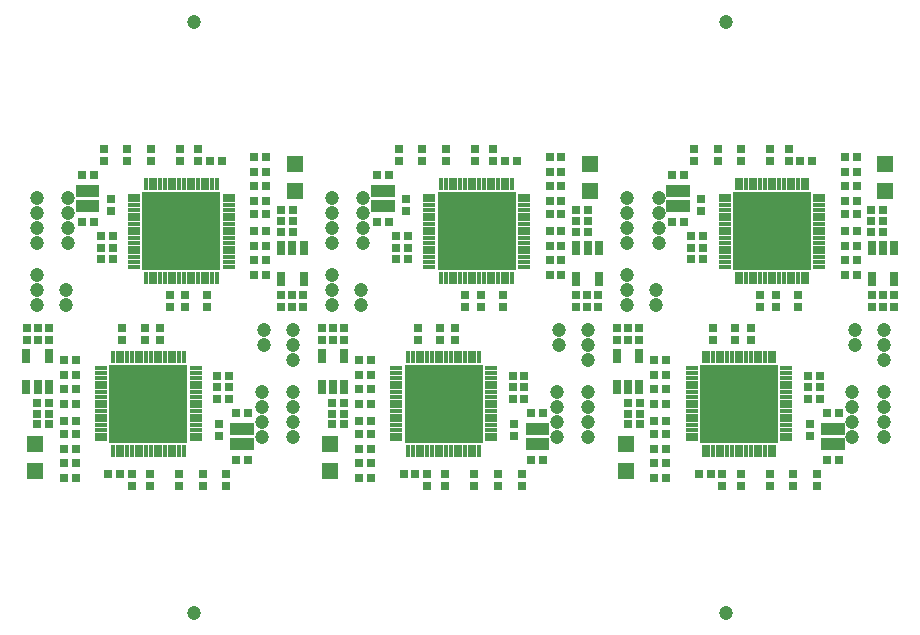
<source format=gbs>
G04*
G04 #@! TF.GenerationSoftware,Altium Limited,Altium Designer,21.1.0 (24)*
G04*
G04 Layer_Color=16711935*
%FSLAX25Y25*%
%MOIN*%
G70*
G04*
G04 #@! TF.SameCoordinates,3801A82C-AC67-41FB-AA52-F7C80330A8D8*
G04*
G04*
G04 #@! TF.FilePolarity,Negative*
G04*
G01*
G75*
%ADD40C,0.04737*%
%ADD41R,0.02769X0.03162*%
%ADD45R,0.03162X0.02769*%
%ADD51R,0.01784X0.04147*%
%ADD52R,0.04147X0.01784*%
%ADD53R,0.26391X0.26391*%
%ADD54R,0.05800X0.05800*%
%ADD55R,0.03851X0.04245*%
%ADD56R,0.02965X0.04737*%
D40*
X236221Y39369D02*
D03*
X59055D02*
D03*
Y236221D02*
D03*
X236221Y236220D02*
D03*
X279134Y133517D02*
D03*
Y128517D02*
D03*
X278347Y108046D02*
D03*
Y113046D02*
D03*
Y98046D02*
D03*
Y103046D02*
D03*
X288780Y123517D02*
D03*
Y128517D02*
D03*
Y133517D02*
D03*
Y108046D02*
D03*
Y113046D02*
D03*
Y98046D02*
D03*
Y103046D02*
D03*
X180709Y133517D02*
D03*
Y128517D02*
D03*
X179922Y108046D02*
D03*
Y113046D02*
D03*
Y98046D02*
D03*
Y103046D02*
D03*
X190355Y123517D02*
D03*
Y128517D02*
D03*
Y133517D02*
D03*
Y108046D02*
D03*
Y113046D02*
D03*
Y98046D02*
D03*
Y103046D02*
D03*
X82284Y133517D02*
D03*
Y128517D02*
D03*
X81497Y108046D02*
D03*
Y113046D02*
D03*
Y98046D02*
D03*
Y103046D02*
D03*
X91930Y123517D02*
D03*
Y128517D02*
D03*
Y133517D02*
D03*
Y108046D02*
D03*
Y113046D02*
D03*
Y98046D02*
D03*
Y103046D02*
D03*
X16143Y142073D02*
D03*
Y147073D02*
D03*
X16930Y167544D02*
D03*
Y162544D02*
D03*
Y177544D02*
D03*
Y172544D02*
D03*
X6497Y152073D02*
D03*
Y147073D02*
D03*
Y142073D02*
D03*
Y167544D02*
D03*
Y162544D02*
D03*
Y177544D02*
D03*
Y172544D02*
D03*
X114568Y142073D02*
D03*
Y147073D02*
D03*
X115355Y167544D02*
D03*
Y162544D02*
D03*
Y177544D02*
D03*
Y172544D02*
D03*
X104922Y152073D02*
D03*
Y147073D02*
D03*
Y142073D02*
D03*
Y167544D02*
D03*
Y162544D02*
D03*
Y177544D02*
D03*
Y172544D02*
D03*
X212993Y142073D02*
D03*
Y147073D02*
D03*
X213780Y167544D02*
D03*
Y162544D02*
D03*
Y177544D02*
D03*
Y172544D02*
D03*
X203347Y152073D02*
D03*
Y147073D02*
D03*
Y142073D02*
D03*
Y167544D02*
D03*
Y162544D02*
D03*
Y177544D02*
D03*
Y172544D02*
D03*
D41*
X200052Y134305D02*
D03*
Y130368D02*
D03*
X203701Y134305D02*
D03*
Y130368D02*
D03*
X207351Y134305D02*
D03*
Y130368D02*
D03*
X239298D02*
D03*
Y134305D02*
D03*
X231897D02*
D03*
Y130368D02*
D03*
X244416Y134305D02*
D03*
Y130368D02*
D03*
X264126Y102141D02*
D03*
Y98204D02*
D03*
X266536Y85496D02*
D03*
Y81559D02*
D03*
X258662Y85496D02*
D03*
Y81559D02*
D03*
X250788D02*
D03*
Y85496D02*
D03*
X241111D02*
D03*
Y81559D02*
D03*
X235040Y85496D02*
D03*
Y81559D02*
D03*
X101627Y134305D02*
D03*
Y130368D02*
D03*
X105276Y134305D02*
D03*
Y130368D02*
D03*
X108926Y134305D02*
D03*
Y130368D02*
D03*
X140873D02*
D03*
Y134305D02*
D03*
X133471D02*
D03*
Y130368D02*
D03*
X145991Y134305D02*
D03*
Y130368D02*
D03*
X165700Y102141D02*
D03*
Y98204D02*
D03*
X168111Y85496D02*
D03*
Y81559D02*
D03*
X160237Y85496D02*
D03*
Y81559D02*
D03*
X152363D02*
D03*
Y85496D02*
D03*
X142686D02*
D03*
Y81559D02*
D03*
X136615Y85496D02*
D03*
Y81559D02*
D03*
X3201Y134305D02*
D03*
Y130368D02*
D03*
X6851Y134305D02*
D03*
Y130368D02*
D03*
X10501Y134305D02*
D03*
Y130368D02*
D03*
X42448D02*
D03*
Y134305D02*
D03*
X35046D02*
D03*
Y130368D02*
D03*
X47566Y134305D02*
D03*
Y130368D02*
D03*
X67275Y102141D02*
D03*
Y98204D02*
D03*
X69686Y85496D02*
D03*
Y81559D02*
D03*
X61812Y85496D02*
D03*
Y81559D02*
D03*
X53938D02*
D03*
Y85496D02*
D03*
X44261D02*
D03*
Y81559D02*
D03*
X38190Y85496D02*
D03*
Y81559D02*
D03*
X95225Y141286D02*
D03*
Y145223D02*
D03*
X91576Y141286D02*
D03*
Y145223D02*
D03*
X87926Y141286D02*
D03*
Y145223D02*
D03*
X55979D02*
D03*
Y141286D02*
D03*
X63381D02*
D03*
Y145223D02*
D03*
X50861Y141286D02*
D03*
Y145223D02*
D03*
X31152Y173450D02*
D03*
Y177387D02*
D03*
X28741Y190095D02*
D03*
Y194032D02*
D03*
X36615Y190095D02*
D03*
Y194032D02*
D03*
X44489D02*
D03*
Y190095D02*
D03*
X54166D02*
D03*
Y194032D02*
D03*
X60237Y190095D02*
D03*
Y194032D02*
D03*
X193650Y141286D02*
D03*
Y145223D02*
D03*
X190001Y141286D02*
D03*
Y145223D02*
D03*
X186351Y141286D02*
D03*
Y145223D02*
D03*
X154404D02*
D03*
Y141286D02*
D03*
X161806D02*
D03*
Y145223D02*
D03*
X149286Y141286D02*
D03*
Y145223D02*
D03*
X129577Y173450D02*
D03*
Y177387D02*
D03*
X127166Y190095D02*
D03*
Y194032D02*
D03*
X135040Y190095D02*
D03*
Y194032D02*
D03*
X142914D02*
D03*
Y190095D02*
D03*
X152591D02*
D03*
Y194032D02*
D03*
X158662Y190095D02*
D03*
Y194032D02*
D03*
X292076Y141286D02*
D03*
Y145223D02*
D03*
X288426Y141286D02*
D03*
Y145223D02*
D03*
X284776Y141286D02*
D03*
Y145223D02*
D03*
X252829D02*
D03*
Y141286D02*
D03*
X260231D02*
D03*
Y145223D02*
D03*
X247711Y141286D02*
D03*
Y145223D02*
D03*
X228002Y173450D02*
D03*
Y177387D02*
D03*
X225591Y190095D02*
D03*
Y194032D02*
D03*
X233465Y190095D02*
D03*
Y194032D02*
D03*
X241339D02*
D03*
Y190095D02*
D03*
X251016D02*
D03*
Y194032D02*
D03*
X257087Y190095D02*
D03*
Y194032D02*
D03*
D45*
X273731Y106114D02*
D03*
X269794D02*
D03*
Y90366D02*
D03*
X273731D02*
D03*
X203480Y109424D02*
D03*
X207417D02*
D03*
X203480Y105775D02*
D03*
X207417D02*
D03*
X203480Y102125D02*
D03*
X207417D02*
D03*
X267440Y114509D02*
D03*
X263503D02*
D03*
X216261Y109095D02*
D03*
X212324D02*
D03*
Y103407D02*
D03*
X216261D02*
D03*
X231103Y85614D02*
D03*
X227166D02*
D03*
X212324Y123565D02*
D03*
X216261D02*
D03*
X212324Y118750D02*
D03*
X216261D02*
D03*
X212324Y113946D02*
D03*
X216261D02*
D03*
X267440Y110651D02*
D03*
X263503D02*
D03*
X216261Y98937D02*
D03*
X212324D02*
D03*
X216261Y94095D02*
D03*
X212324D02*
D03*
X216261Y89282D02*
D03*
X212324D02*
D03*
X212324Y84449D02*
D03*
X216261D02*
D03*
X263503Y118356D02*
D03*
X267440D02*
D03*
X175306Y106114D02*
D03*
X171369D02*
D03*
Y90366D02*
D03*
X175306D02*
D03*
X105055Y109424D02*
D03*
X108992D02*
D03*
X105055Y105775D02*
D03*
X108992D02*
D03*
X105055Y102125D02*
D03*
X108992D02*
D03*
X169015Y114509D02*
D03*
X165078D02*
D03*
X117835Y109095D02*
D03*
X113899D02*
D03*
Y103407D02*
D03*
X117835D02*
D03*
X132678Y85614D02*
D03*
X128741D02*
D03*
X113899Y123565D02*
D03*
X117835D02*
D03*
X113899Y118750D02*
D03*
X117835D02*
D03*
X113899Y113946D02*
D03*
X117835D02*
D03*
X169015Y110651D02*
D03*
X165078D02*
D03*
X117835Y98937D02*
D03*
X113899D02*
D03*
X117835Y94095D02*
D03*
X113899D02*
D03*
X117835Y89282D02*
D03*
X113899D02*
D03*
X113899Y84449D02*
D03*
X117835D02*
D03*
X165078Y118356D02*
D03*
X169015D02*
D03*
X76881Y106114D02*
D03*
X72944D02*
D03*
Y90366D02*
D03*
X76881D02*
D03*
X6629Y109424D02*
D03*
X10566D02*
D03*
X6629Y105775D02*
D03*
X10566D02*
D03*
X6629Y102125D02*
D03*
X10566D02*
D03*
X70590Y114509D02*
D03*
X66653D02*
D03*
X19410Y109095D02*
D03*
X15473D02*
D03*
Y103407D02*
D03*
X19410D02*
D03*
X34253Y85614D02*
D03*
X30316D02*
D03*
X15473Y123565D02*
D03*
X19410D02*
D03*
X15473Y118750D02*
D03*
X19410D02*
D03*
X15473Y113946D02*
D03*
X19410D02*
D03*
X70590Y110651D02*
D03*
X66653D02*
D03*
X19410Y98937D02*
D03*
X15473D02*
D03*
X19410Y94095D02*
D03*
X15473D02*
D03*
X19410Y89282D02*
D03*
X15473D02*
D03*
X15473Y84449D02*
D03*
X19410D02*
D03*
X66653Y118356D02*
D03*
X70590D02*
D03*
X21546Y169477D02*
D03*
X25483D02*
D03*
Y185225D02*
D03*
X21546D02*
D03*
X91797Y166166D02*
D03*
X87860D02*
D03*
X91797Y169816D02*
D03*
X87860D02*
D03*
X91797Y173466D02*
D03*
X87860D02*
D03*
X27837Y161081D02*
D03*
X31774D02*
D03*
X79016Y166496D02*
D03*
X82953D02*
D03*
Y172183D02*
D03*
X79016D02*
D03*
X64174Y189977D02*
D03*
X68111D02*
D03*
X82953Y152026D02*
D03*
X79016D02*
D03*
X82953Y156841D02*
D03*
X79016D02*
D03*
X82953Y161644D02*
D03*
X79016D02*
D03*
X27837Y164939D02*
D03*
X31774D02*
D03*
X79016Y176654D02*
D03*
X82953D02*
D03*
X79016Y181496D02*
D03*
X82953D02*
D03*
X79016Y186309D02*
D03*
X82953D02*
D03*
X82953Y191142D02*
D03*
X79016D02*
D03*
X31774Y157235D02*
D03*
X27837D02*
D03*
X119971Y169477D02*
D03*
X123908D02*
D03*
Y185225D02*
D03*
X119971D02*
D03*
X190222Y166166D02*
D03*
X186285D02*
D03*
X190222Y169816D02*
D03*
X186285D02*
D03*
X190222Y173466D02*
D03*
X186285D02*
D03*
X126262Y161081D02*
D03*
X130200D02*
D03*
X177442Y166496D02*
D03*
X181379D02*
D03*
Y172183D02*
D03*
X177442D02*
D03*
X162599Y189977D02*
D03*
X166536D02*
D03*
X181379Y152026D02*
D03*
X177442D02*
D03*
X181379Y156841D02*
D03*
X177442D02*
D03*
X181379Y161644D02*
D03*
X177442D02*
D03*
X126262Y164939D02*
D03*
X130200D02*
D03*
X177442Y176654D02*
D03*
X181379D02*
D03*
X177442Y181496D02*
D03*
X181379D02*
D03*
X177442Y186309D02*
D03*
X181379D02*
D03*
X181379Y191142D02*
D03*
X177442D02*
D03*
X130200Y157235D02*
D03*
X126262D02*
D03*
X218396Y169477D02*
D03*
X222333D02*
D03*
Y185225D02*
D03*
X218396D02*
D03*
X288648Y166166D02*
D03*
X284711D02*
D03*
X288648Y169816D02*
D03*
X284711D02*
D03*
X288648Y173466D02*
D03*
X284711D02*
D03*
X224688Y161081D02*
D03*
X228625D02*
D03*
X275867Y166496D02*
D03*
X279804D02*
D03*
Y172183D02*
D03*
X275867D02*
D03*
X261024Y189977D02*
D03*
X264961D02*
D03*
X279804Y152026D02*
D03*
X275867D02*
D03*
X279804Y156841D02*
D03*
X275867D02*
D03*
X279804Y161644D02*
D03*
X275867D02*
D03*
X224688Y164939D02*
D03*
X228625D02*
D03*
X275867Y176654D02*
D03*
X279804D02*
D03*
X275867Y181496D02*
D03*
X279804D02*
D03*
X275867Y186309D02*
D03*
X279804D02*
D03*
X279804Y191142D02*
D03*
X275867D02*
D03*
X228625Y157235D02*
D03*
X224688D02*
D03*
D51*
X228747Y124746D02*
D03*
X230322D02*
D03*
X231897D02*
D03*
X233471D02*
D03*
X235046D02*
D03*
X236621D02*
D03*
X238196D02*
D03*
X239771D02*
D03*
X241345D02*
D03*
X242920D02*
D03*
X244495D02*
D03*
X246070D02*
D03*
X247645D02*
D03*
X249219D02*
D03*
X250794D02*
D03*
X252369D02*
D03*
X228747Y93250D02*
D03*
X230322D02*
D03*
X231897D02*
D03*
X233471D02*
D03*
X235046D02*
D03*
X238196D02*
D03*
X239771D02*
D03*
X241345D02*
D03*
X242920D02*
D03*
X244495D02*
D03*
X246070D02*
D03*
X249219D02*
D03*
X250794D02*
D03*
X252369D02*
D03*
X236621D02*
D03*
X247645D02*
D03*
X130322Y124746D02*
D03*
X131897D02*
D03*
X133471D02*
D03*
X135046D02*
D03*
X136621D02*
D03*
X138196D02*
D03*
X139771D02*
D03*
X141345D02*
D03*
X142920D02*
D03*
X144495D02*
D03*
X146070D02*
D03*
X147645D02*
D03*
X149219D02*
D03*
X150794D02*
D03*
X152369D02*
D03*
X153944D02*
D03*
X130322Y93250D02*
D03*
X131897D02*
D03*
X133471D02*
D03*
X135046D02*
D03*
X136621D02*
D03*
X139771D02*
D03*
X141345D02*
D03*
X142920D02*
D03*
X144495D02*
D03*
X146070D02*
D03*
X147645D02*
D03*
X150794D02*
D03*
X152369D02*
D03*
X153944D02*
D03*
X138196D02*
D03*
X149219D02*
D03*
X31897Y124746D02*
D03*
X33471D02*
D03*
X35046D02*
D03*
X36621D02*
D03*
X38196D02*
D03*
X39771D02*
D03*
X41345D02*
D03*
X42920D02*
D03*
X44495D02*
D03*
X46070D02*
D03*
X47645D02*
D03*
X49219D02*
D03*
X50794D02*
D03*
X52369D02*
D03*
X53944D02*
D03*
X55519D02*
D03*
X31897Y93250D02*
D03*
X33471D02*
D03*
X35046D02*
D03*
X36621D02*
D03*
X38196D02*
D03*
X41345D02*
D03*
X42920D02*
D03*
X44495D02*
D03*
X46070D02*
D03*
X47645D02*
D03*
X49219D02*
D03*
X52369D02*
D03*
X53944D02*
D03*
X55519D02*
D03*
X39771D02*
D03*
X50794D02*
D03*
X66530Y150845D02*
D03*
X64955D02*
D03*
X63381D02*
D03*
X61806D02*
D03*
X60231D02*
D03*
X58656D02*
D03*
X57081D02*
D03*
X55507D02*
D03*
X53932D02*
D03*
X52357D02*
D03*
X50782D02*
D03*
X49207D02*
D03*
X47633D02*
D03*
X46058D02*
D03*
X44483D02*
D03*
X42908D02*
D03*
X66530Y182341D02*
D03*
X64955D02*
D03*
X63381D02*
D03*
X61806D02*
D03*
X60231D02*
D03*
X57081D02*
D03*
X55507D02*
D03*
X53932D02*
D03*
X52357D02*
D03*
X50782D02*
D03*
X49207D02*
D03*
X46058D02*
D03*
X44483D02*
D03*
X42908D02*
D03*
X58656D02*
D03*
X47633D02*
D03*
X164955Y150845D02*
D03*
X163381D02*
D03*
X161806D02*
D03*
X160231D02*
D03*
X158656D02*
D03*
X157081D02*
D03*
X155507D02*
D03*
X153932D02*
D03*
X152357D02*
D03*
X150782D02*
D03*
X149207D02*
D03*
X147633D02*
D03*
X146058D02*
D03*
X144483D02*
D03*
X142908D02*
D03*
X141333D02*
D03*
X164955Y182341D02*
D03*
X163381D02*
D03*
X161806D02*
D03*
X160231D02*
D03*
X158656D02*
D03*
X155507D02*
D03*
X153932D02*
D03*
X152357D02*
D03*
X150782D02*
D03*
X149207D02*
D03*
X147633D02*
D03*
X144483D02*
D03*
X142908D02*
D03*
X141333D02*
D03*
X157081D02*
D03*
X146058D02*
D03*
X263381Y150845D02*
D03*
X261806D02*
D03*
X260231D02*
D03*
X258656D02*
D03*
X257081D02*
D03*
X255507D02*
D03*
X253932D02*
D03*
X252357D02*
D03*
X250782D02*
D03*
X249207D02*
D03*
X247633D02*
D03*
X246058D02*
D03*
X244483D02*
D03*
X242908D02*
D03*
X241333D02*
D03*
X239759D02*
D03*
X263381Y182341D02*
D03*
X261806D02*
D03*
X260231D02*
D03*
X258656D02*
D03*
X257081D02*
D03*
X253932D02*
D03*
X252357D02*
D03*
X250782D02*
D03*
X249207D02*
D03*
X247633D02*
D03*
X246058D02*
D03*
X242908D02*
D03*
X241333D02*
D03*
X239759D02*
D03*
X255507D02*
D03*
X244483D02*
D03*
D52*
X224810Y119234D02*
D03*
Y117659D02*
D03*
Y116084D02*
D03*
Y114509D02*
D03*
Y112935D02*
D03*
Y111360D02*
D03*
Y109785D02*
D03*
Y106635D02*
D03*
Y105061D02*
D03*
Y103486D02*
D03*
Y97187D02*
D03*
X256306D02*
D03*
Y98761D02*
D03*
Y100336D02*
D03*
Y101911D02*
D03*
Y103486D02*
D03*
Y105061D02*
D03*
Y106635D02*
D03*
Y108210D02*
D03*
Y109785D02*
D03*
Y111360D02*
D03*
Y112935D02*
D03*
Y116084D02*
D03*
Y117659D02*
D03*
Y119234D02*
D03*
Y120809D02*
D03*
X224810Y98761D02*
D03*
Y100336D02*
D03*
Y101911D02*
D03*
Y120809D02*
D03*
Y108210D02*
D03*
X256306Y114509D02*
D03*
X126385Y119234D02*
D03*
Y117659D02*
D03*
Y116084D02*
D03*
Y114509D02*
D03*
Y112935D02*
D03*
Y111360D02*
D03*
Y109785D02*
D03*
Y106635D02*
D03*
Y105061D02*
D03*
Y103486D02*
D03*
Y97187D02*
D03*
X157881D02*
D03*
Y98761D02*
D03*
Y100336D02*
D03*
Y101911D02*
D03*
Y103486D02*
D03*
Y105061D02*
D03*
Y106635D02*
D03*
Y108210D02*
D03*
Y109785D02*
D03*
Y111360D02*
D03*
Y112935D02*
D03*
Y116084D02*
D03*
Y117659D02*
D03*
Y119234D02*
D03*
Y120809D02*
D03*
X126385Y98761D02*
D03*
Y100336D02*
D03*
Y101911D02*
D03*
Y120809D02*
D03*
Y108210D02*
D03*
X157881Y114509D02*
D03*
X27960Y119234D02*
D03*
Y117659D02*
D03*
Y116084D02*
D03*
Y114509D02*
D03*
Y112935D02*
D03*
Y111360D02*
D03*
Y109785D02*
D03*
Y106635D02*
D03*
Y105061D02*
D03*
Y103486D02*
D03*
Y97187D02*
D03*
X59456D02*
D03*
Y98761D02*
D03*
Y100336D02*
D03*
Y101911D02*
D03*
Y103486D02*
D03*
Y105061D02*
D03*
Y106635D02*
D03*
Y108210D02*
D03*
Y109785D02*
D03*
Y111360D02*
D03*
Y112935D02*
D03*
Y116084D02*
D03*
Y117659D02*
D03*
Y119234D02*
D03*
Y120809D02*
D03*
X27960Y98761D02*
D03*
Y100336D02*
D03*
Y101911D02*
D03*
Y120809D02*
D03*
Y108210D02*
D03*
X59456Y114509D02*
D03*
X70467Y156357D02*
D03*
Y157931D02*
D03*
Y159506D02*
D03*
Y161081D02*
D03*
Y162656D02*
D03*
Y164231D02*
D03*
Y165805D02*
D03*
Y168955D02*
D03*
Y170530D02*
D03*
Y172105D02*
D03*
Y178404D02*
D03*
X38971D02*
D03*
Y176829D02*
D03*
Y175254D02*
D03*
Y173679D02*
D03*
Y172105D02*
D03*
Y170530D02*
D03*
Y168955D02*
D03*
Y167380D02*
D03*
Y165805D02*
D03*
Y164231D02*
D03*
Y162656D02*
D03*
Y159506D02*
D03*
Y157931D02*
D03*
Y156357D02*
D03*
Y154782D02*
D03*
X70467Y176829D02*
D03*
Y175254D02*
D03*
Y173679D02*
D03*
Y154782D02*
D03*
Y167380D02*
D03*
X38971Y161081D02*
D03*
X168892Y156357D02*
D03*
Y157931D02*
D03*
Y159506D02*
D03*
Y161081D02*
D03*
Y162656D02*
D03*
Y164231D02*
D03*
Y165805D02*
D03*
Y168955D02*
D03*
Y170530D02*
D03*
Y172105D02*
D03*
Y178404D02*
D03*
X137396D02*
D03*
Y176829D02*
D03*
Y175254D02*
D03*
Y173679D02*
D03*
Y172105D02*
D03*
Y170530D02*
D03*
Y168955D02*
D03*
Y167380D02*
D03*
Y165805D02*
D03*
Y164231D02*
D03*
Y162656D02*
D03*
Y159506D02*
D03*
Y157931D02*
D03*
Y156357D02*
D03*
Y154782D02*
D03*
X168892Y176829D02*
D03*
Y175254D02*
D03*
Y173679D02*
D03*
Y154782D02*
D03*
Y167380D02*
D03*
X137396Y161081D02*
D03*
X267318Y156357D02*
D03*
Y157931D02*
D03*
Y159506D02*
D03*
Y161081D02*
D03*
Y162656D02*
D03*
Y164231D02*
D03*
Y165805D02*
D03*
Y168955D02*
D03*
Y170530D02*
D03*
Y172105D02*
D03*
Y178404D02*
D03*
X235822D02*
D03*
Y176829D02*
D03*
Y175254D02*
D03*
Y173679D02*
D03*
Y172105D02*
D03*
Y170530D02*
D03*
Y168955D02*
D03*
Y167380D02*
D03*
Y165805D02*
D03*
Y164231D02*
D03*
Y162656D02*
D03*
Y159506D02*
D03*
Y157931D02*
D03*
Y156357D02*
D03*
Y154782D02*
D03*
X267318Y176829D02*
D03*
Y175254D02*
D03*
Y173679D02*
D03*
Y154782D02*
D03*
Y167380D02*
D03*
X235822Y161081D02*
D03*
D53*
X240558Y108998D02*
D03*
X142133D02*
D03*
X43708D02*
D03*
X54719Y166593D02*
D03*
X153144D02*
D03*
X251570D02*
D03*
D54*
X202757Y86646D02*
D03*
Y95646D02*
D03*
X104332Y86646D02*
D03*
Y95646D02*
D03*
X5906Y86646D02*
D03*
Y95646D02*
D03*
X92520Y188945D02*
D03*
Y179945D02*
D03*
X190946Y188945D02*
D03*
Y179945D02*
D03*
X289371Y188945D02*
D03*
Y179945D02*
D03*
D55*
X273731Y95474D02*
D03*
X269893Y100494D02*
D03*
Y95474D02*
D03*
X273731Y100494D02*
D03*
X175306Y95474D02*
D03*
X171468Y100494D02*
D03*
Y95474D02*
D03*
X175306Y100494D02*
D03*
X76881Y95474D02*
D03*
X73042Y100494D02*
D03*
Y95474D02*
D03*
X76881Y100494D02*
D03*
X21546Y180116D02*
D03*
X25384Y175097D02*
D03*
Y180116D02*
D03*
X21546Y175097D02*
D03*
X119971Y180116D02*
D03*
X123810Y175097D02*
D03*
Y180116D02*
D03*
X119971Y175097D02*
D03*
X218396Y180116D02*
D03*
X222235Y175097D02*
D03*
Y180116D02*
D03*
X218396Y175097D02*
D03*
D56*
X207351Y124850D02*
D03*
Y114614D02*
D03*
X199871Y124850D02*
D03*
Y114614D02*
D03*
X203611D02*
D03*
X108926Y124850D02*
D03*
Y114614D02*
D03*
X101445Y124850D02*
D03*
Y114614D02*
D03*
X105186D02*
D03*
X10501Y124850D02*
D03*
Y114614D02*
D03*
X3020Y124850D02*
D03*
Y114614D02*
D03*
X6761D02*
D03*
X87926Y150740D02*
D03*
Y160976D02*
D03*
X95406Y150740D02*
D03*
Y160976D02*
D03*
X91666D02*
D03*
X186351Y150740D02*
D03*
Y160976D02*
D03*
X193832Y150740D02*
D03*
Y160976D02*
D03*
X190092D02*
D03*
X284776Y150740D02*
D03*
Y160976D02*
D03*
X292257Y150740D02*
D03*
Y160976D02*
D03*
X288517D02*
D03*
M02*

</source>
